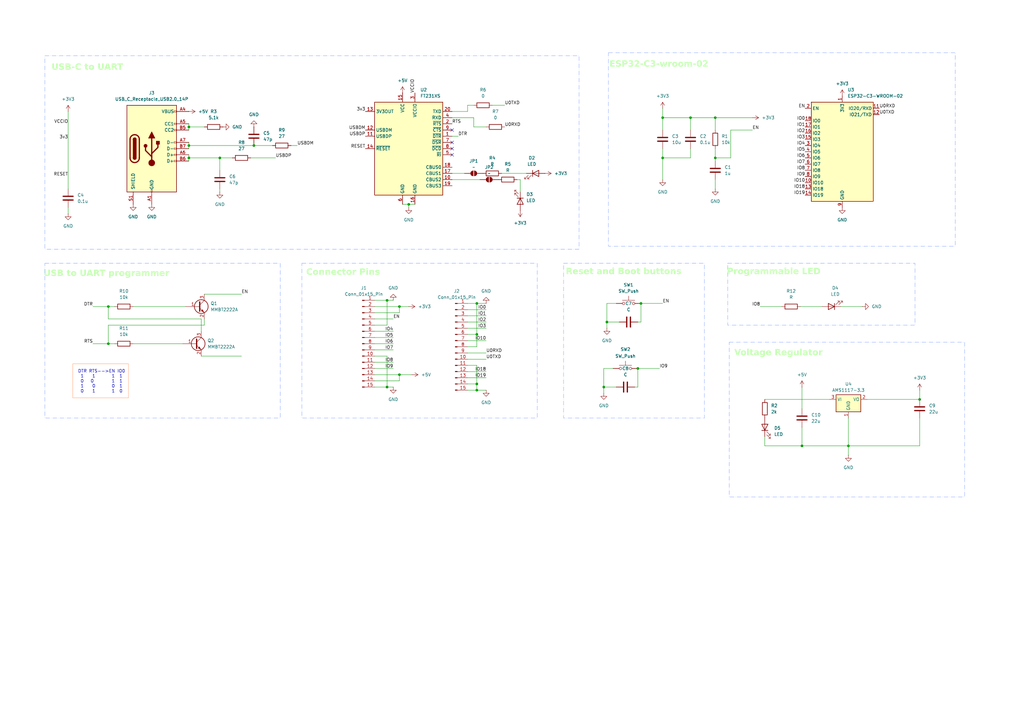
<source format=kicad_sch>
(kicad_sch (version 20231120) (generator "eeschema") (generator_version "8.0")
  (paper "A3")
  (title_block (date "7/01/25") (company "sphuro"))
  (lib_symbols
    (symbol "Connector:Conn_01x15_Pin" (pin_names (offset 1.016) hide)
      (property "Reference" "J" (at 0 20.32 0))
      (property "Value" "Conn_01x15_Pin" (at 0 -20.32 0))
      (symbol "Conn_01x15_Pin_1_1"
        (polyline (pts (xy 1.27 -17.78) (xy 0.8636 -17.78)) (stroke (width 0.1524)))
        (polyline (pts (xy 1.27 -15.24) (xy 0.8636 -15.24)) (stroke (width 0.1524)))
        (polyline (pts (xy 1.27 -12.7) (xy 0.8636 -12.7)) (stroke (width 0.1524)))
        (polyline (pts (xy 1.27 -10.16) (xy 0.8636 -10.16)) (stroke (width 0.1524)))
        (polyline (pts (xy 1.27 -7.62) (xy 0.8636 -7.62)) (stroke (width 0.1524)))
        (polyline (pts (xy 1.27 -5.08) (xy 0.8636 -5.08)) (stroke (width 0.1524)))
        (polyline (pts (xy 1.27 -2.54) (xy 0.8636 -2.54)) (stroke (width 0.1524)))
        (polyline (pts (xy 1.27 0) (xy 0.8636 0)) (stroke (width 0.1524)))
        (polyline (pts (xy 1.27 2.54) (xy 0.8636 2.54)) (stroke (width 0.1524)))
        (polyline (pts (xy 1.27 5.08) (xy 0.8636 5.08)) (stroke (width 0.1524)))
        (polyline (pts (xy 1.27 7.62) (xy 0.8636 7.62)) (stroke (width 0.1524)))
        (polyline (pts (xy 1.27 10.16) (xy 0.8636 10.16)) (stroke (width 0.1524)))
        (polyline (pts (xy 1.27 12.7) (xy 0.8636 12.7)) (stroke (width 0.1524)))
        (polyline (pts (xy 1.27 15.24) (xy 0.8636 15.24)) (stroke (width 0.1524)))
        (polyline (pts (xy 1.27 17.78) (xy 0.8636 17.78)) (stroke (width 0.1524)))
        (rectangle (start 0.8636 -17.653) (end 0 -17.907) (stroke (width 0.1524)) (fill (type outline)))
        (rectangle (start 0.8636 -15.113) (end 0 -15.367) (stroke (width 0.1524)) (fill (type outline)))
        (rectangle (start 0.8636 -12.573) (end 0 -12.827) (stroke (width 0.1524)) (fill (type outline)))
        (rectangle (start 0.8636 -10.033) (end 0 -10.287) (stroke (width 0.1524)) (fill (type outline)))
        (rectangle (start 0.8636 -7.493) (end 0 -7.747) (stroke (width 0.1524)) (fill (type outline)))
        (rectangle (start 0.8636 -4.953) (end 0 -5.207) (stroke (width 0.1524)) (fill (type outline)))
        (rectangle (start 0.8636 -2.413) (end 0 -2.667) (stroke (width 0.1524)) (fill (type outline)))
        (rectangle (start 0.8636 0.127) (end 0 -0.127) (stroke (width 0.1524)) (fill (type outline)))
        (rectangle (start 0.8636 2.667) (end 0 2.413) (stroke (width 0.1524)) (fill (type outline)))
        (rectangle (start 0.8636 5.207) (end 0 4.953) (stroke (width 0.1524)) (fill (type outline)))
        (rectangle (start 0.8636 7.747) (end 0 7.493) (stroke (width 0.1524)) (fill (type outline)))
        (rectangle (start 0.8636 10.287) (end 0 10.033) (stroke (width 0.1524)) (fill (type outline)))
        (rectangle (start 0.8636 12.827) (end 0 12.573) (stroke (width 0.1524)) (fill (type outline)))
        (rectangle (start 0.8636 15.367) (end 0 15.113) (stroke (width 0.1524)) (fill (type outline)))
        (rectangle (start 0.8636 17.907) (end 0 17.653) (stroke (width 0.1524)) (fill (type outline)))
        (pin passive line (at 5.08 17.78 180) (length 3.81) (name "Pin_1") (number "1"))
        (pin passive line (at 5.08 -5.08 180) (length 3.81) (name "Pin_10") (number "10"))
        (pin passive line (at 5.08 -7.62 180) (length 3.81) (name "Pin_11") (number "11"))
        (pin passive line (at 5.08 -10.16 180) (length 3.81) (name "Pin_12") (number "12"))
        (pin passive line (at 5.08 -12.7 180) (length 3.81) (name "Pin_13") (number "13"))
        (pin passive line (at 5.08 -15.24 180) (length 3.81) (name "Pin_14") (number "14"))
        (pin passive line (at 5.08 -17.78 180) (length 3.81) (name "Pin_15") (number "15"))
        (pin passive line (at 5.08 15.24 180) (length 3.81) (name "Pin_2") (number "2"))
        (pin passive line (at 5.08 12.7 180) (length 3.81) (name "Pin_3") (number "3"))
        (pin passive line (at 5.08 10.16 180) (length 3.81) (name "Pin_4") (number "4"))
        (pin passive line (at 5.08 7.62 180) (length 3.81) (name "Pin_5") (number "5"))
        (pin passive line (at 5.08 5.08 180) (length 3.81) (name "Pin_6") (number "6"))
        (pin passive line (at 5.08 2.54 180) (length 3.81) (name "Pin_7") (number "7"))
        (pin passive line (at 5.08 0 180) (length 3.81) (name "Pin_8") (number "8"))
        (pin passive line (at 5.08 -2.54 180) (length 3.81) (name "Pin_9") (number "9"))
      )
    )
    (symbol "Connector:USB_C_Receptacle_USB2.0_14P" (pin_names (offset 1.016))
      (property "Reference" "J" (at 0 22.225 0))
      (property "Value" "USB_C_Receptacle_USB2.0_14P" (at 0 19.685 0))
      (symbol "USB_C_Receptacle_USB2.0_14P_0_0"
        (rectangle (start -0.254 -17.78) (end 0.254 -16.764))
        (rectangle (start 10.16 -4.826) (end 9.144 -5.334))
        (rectangle (start 10.16 -2.286) (end 9.144 -2.794))
        (rectangle (start 10.16 0.254) (end 9.144 -0.254))
        (rectangle (start 10.16 2.794) (end 9.144 2.286))
        (rectangle (start 10.16 7.874) (end 9.144 7.366))
        (rectangle (start 10.16 10.414) (end 9.144 9.906))
        (rectangle (start 10.16 15.494) (end 9.144 14.986))
      )
      (symbol "USB_C_Receptacle_USB2.0_14P_0_1"
        (rectangle (start -10.16 17.78) (end 10.16 -17.78) (stroke (width 0.254)) (fill (type background)))
        (arc (start -8.89 -3.81) (mid -6.985 -5.7067) (end -5.08 -3.81) (stroke (width 0.508)))
        (arc (start -7.62 -3.81) (mid -6.985 -4.4423) (end -6.35 -3.81) (stroke (width 0.254)))
        (arc (start -7.62 -3.81) (mid -6.985 -4.4423) (end -6.35 -3.81) (stroke (width 0.254)) (fill (type outline)))
        (rectangle (start -7.62 -3.81) (end -6.35 3.81) (stroke (width 0.254)) (fill (type outline)))
        (arc (start -6.35 3.81) (mid -6.985 4.4423) (end -7.62 3.81) (stroke (width 0.254)))
        (arc (start -6.35 3.81) (mid -6.985 4.4423) (end -7.62 3.81) (stroke (width 0.254)) (fill (type outline)))
        (arc (start -5.08 3.81) (mid -6.985 5.7067) (end -8.89 3.81) (stroke (width 0.508)))
        (circle (center -2.54 1.143) (radius 0.635) (stroke (width 0.254)) (fill (type outline)))
        (circle (center 0 -5.842) (radius 1.27) (fill (type outline)))
        (polyline (pts (xy -8.89 -3.81) (xy -8.89 3.81)) (stroke (width 0.508)))
        (polyline (pts (xy -5.08 3.81) (xy -5.08 -3.81)) (stroke (width 0.508)))
        (polyline (pts (xy 0 -5.842) (xy 0 4.318)) (stroke (width 0.508)))
        (polyline (pts (xy 0 -3.302) (xy -2.54 -0.762) (xy -2.54 0.508)) (stroke (width 0.508)))
        (polyline (pts (xy 0 -2.032) (xy 2.54 0.508) (xy 2.54 1.778)) (stroke (width 0.508)))
        (polyline (pts (xy -1.27 4.318) (xy 0 6.858) (xy 1.27 4.318) (xy -1.27 4.318)) (stroke (width 0.254)) (fill (type outline)))
        (rectangle (start 1.905 1.778) (end 3.175 3.048) (stroke (width 0.254)) (fill (type outline)))
      )
      (symbol "USB_C_Receptacle_USB2.0_14P_1_1"
        (pin passive line (at 0 -22.86 90) (length 5.08) (name "GND") (number "A1"))
        (pin passive line (at 0 -22.86 90) (length 5.08) hide (name "GND") (number "A12"))
        (pin passive line (at 15.24 15.24 180) (length 5.08) (name "VBUS") (number "A4"))
        (pin bidirectional line (at 15.24 10.16 180) (length 5.08) (name "CC1") (number "A5"))
        (pin bidirectional line (at 15.24 -2.54 180) (length 5.08) (name "D+") (number "A6"))
        (pin bidirectional line (at 15.24 2.54 180) (length 5.08) (name "D-") (number "A7"))
        (pin passive line (at 15.24 15.24 180) (length 5.08) hide (name "VBUS") (number "A9"))
        (pin passive line (at 0 -22.86 90) (length 5.08) hide (name "GND") (number "B1"))
        (pin passive line (at 0 -22.86 90) (length 5.08) hide (name "GND") (number "B12"))
        (pin passive line (at 15.24 15.24 180) (length 5.08) hide (name "VBUS") (number "B4"))
        (pin bidirectional line (at 15.24 7.62 180) (length 5.08) (name "CC2") (number "B5"))
        (pin bidirectional line (at 15.24 -5.08 180) (length 5.08) (name "D+") (number "B6"))
        (pin bidirectional line (at 15.24 0 180) (length 5.08) (name "D-") (number "B7"))
        (pin passive line (at 15.24 15.24 180) (length 5.08) hide (name "VBUS") (number "B9"))
        (pin passive line (at -7.62 -22.86 90) (length 5.08) (name "SHIELD") (number "S1"))
      )
    )
    (symbol "Device:C" (pin_numbers hide) (pin_names (offset 0.254))
      (property "Reference" "C" (at 0.635 2.54 0))
      (property "Value" "C" (at 0.635 -2.54 0))
      (symbol "C_0_1"
        (polyline (pts (xy -2.032 -0.762) (xy 2.032 -0.762)) (stroke (width 0.508)))
        (polyline (pts (xy -2.032 0.762) (xy 2.032 0.762)) (stroke (width 0.508)))
      )
      (symbol "C_1_1"
        (pin passive line (at 0 3.81 270) (length 2.794) (name "~") (number "1"))
        (pin passive line (at 0 -3.81 90) (length 2.794) (name "~") (number "2"))
      )
    )
    (symbol "Device:LED" (pin_numbers hide) (pin_names (offset 1.016) hide)
      (property "Reference" "D" (at 0 2.54 0))
      (property "Value" "LED" (at 0 -2.54 0))
      (symbol "LED_0_1"
        (polyline (pts (xy -1.27 -1.27) (xy -1.27 1.27)) (stroke (width 0.254)))
        (polyline (pts (xy -1.27 0) (xy 1.27 0)))
        (polyline (pts (xy 1.27 -1.27) (xy 1.27 1.27) (xy -1.27 0) (xy 1.27 -1.27)) (stroke (width 0.254)))
        (polyline (pts (xy -3.048 -0.762) (xy -4.572 -2.286) (xy -3.81 -2.286) (xy -4.572 -2.286) (xy -4.572 -1.524)))
        (polyline (pts (xy -1.778 -0.762) (xy -3.302 -2.286) (xy -2.54 -2.286) (xy -3.302 -2.286) (xy -3.302 -1.524)))
      )
      (symbol "LED_1_1"
        (pin passive line (at -3.81 0 0) (length 2.54) (name "K") (number "1"))
        (pin passive line (at 3.81 0 180) (length 2.54) (name "A") (number "2"))
      )
    )
    (symbol "Device:R" (pin_numbers hide) (pin_names (offset 0))
      (property "Reference" "R" (at 2.032 0 90))
      (property "Value" "R" (at 0 0 90))
      (symbol "R_0_1"
        (rectangle (start -1.016 -2.54) (end 1.016 2.54) (stroke (width 0.254)))
      )
      (symbol "R_1_1"
        (pin passive line (at 0 3.81 270) (length 1.27) (name "~") (number "1"))
        (pin passive line (at 0 -3.81 90) (length 1.27) (name "~") (number "2"))
      )
    )
    (symbol "Interface_USB:FT231XS"
      (property "Reference" "U" (at -13.97 20.32 0))
      (property "Value" "FT231XS" (at 7.62 20.32 0))
      (symbol "FT231XS_0_1"
        (rectangle (start -13.97 19.05) (end 13.97 -19.05) (stroke (width 0.254)) (fill (type background)))
      )
      (symbol "FT231XS_1_1"
        (pin output line (at 17.78 5.08 180) (length 3.81) (name "~{DTR}") (number "1"))
        (pin bidirectional line (at 17.78 -12.7 180) (length 3.81) (name "CBUS2") (number "10"))
        (pin bidirectional line (at -17.78 5.08 0) (length 3.81) (name "USBDP") (number "11"))
        (pin bidirectional line (at -17.78 7.62 0) (length 3.81) (name "USBDM") (number "12"))
        (pin power_out line (at -17.78 15.24 0) (length 3.81) (name "3V3OUT") (number "13"))
        (pin input line (at -17.78 0 0) (length 3.81) (name "~{RESET}") (number "14"))
        (pin power_in line (at -2.54 22.86 270) (length 3.81) (name "VCC") (number "15"))
        (pin power_in line (at 2.54 -22.86 90) (length 3.81) (name "GND") (number "16"))
        (pin bidirectional line (at 17.78 -10.16 180) (length 3.81) (name "CBUS1") (number "17"))
        (pin bidirectional line (at 17.78 -7.62 180) (length 3.81) (name "CBUS0") (number "18"))
        (pin bidirectional line (at 17.78 -15.24 180) (length 3.81) (name "CBUS3") (number "19"))
        (pin output line (at 17.78 10.16 180) (length 3.81) (name "~{RTS}") (number "2"))
        (pin output line (at 17.78 15.24 180) (length 3.81) (name "TXD") (number "20"))
        (pin power_in line (at 2.54 22.86 270) (length 3.81) (name "VCCIO") (number "3"))
        (pin input line (at 17.78 12.7 180) (length 3.81) (name "RXD") (number "4"))
        (pin input line (at 17.78 -2.54 180) (length 3.81) (name "~{RI}") (number "5"))
        (pin power_in line (at -2.54 -22.86 90) (length 3.81) (name "GND") (number "6"))
        (pin input line (at 17.78 2.54 180) (length 3.81) (name "~{DSR}") (number "7"))
        (pin input line (at 17.78 0 180) (length 3.81) (name "~{DCD}") (number "8"))
        (pin input line (at 17.78 7.62 180) (length 3.81) (name "~{CTS}") (number "9"))
      )
    )
    (symbol "Jumper:SolderJumper_2_Open" (pin_numbers hide) (pin_names (offset 0) hide) (exclude_from_sim yes) (in_bom no)
      (property "Reference" "JP" (at 0 2.032 0))
      (property "Value" "SolderJumper_2_Open" (at 0 -2.54 0))
      (symbol "SolderJumper_2_Open_0_1"
        (arc (start -0.254 1.016) (mid -1.2656 0) (end -0.254 -1.016))
        (arc (start -0.254 1.016) (mid -1.2656 0) (end -0.254 -1.016) (fill (type outline)))
        (polyline (pts (xy -0.254 1.016) (xy -0.254 -1.016)))
        (polyline (pts (xy 0.254 1.016) (xy 0.254 -1.016)))
        (arc (start 0.254 -1.016) (mid 1.2656 0) (end 0.254 1.016))
        (arc (start 0.254 -1.016) (mid 1.2656 0) (end 0.254 1.016) (fill (type outline)))
      )
      (symbol "SolderJumper_2_Open_1_1"
        (pin passive line (at -3.81 0 0) (length 2.54) (name "A") (number "1"))
        (pin passive line (at 3.81 0 180) (length 2.54) (name "B") (number "2"))
      )
    )
    (symbol "RF_Module:ESP32-C3-WROOM-02"
      (property "Reference" "U" (at -12.192 21.336 0))
      (property "Value" "ESP32-C3-WROOM-02" (at 12.192 21.336 0))
      (symbol "ESP32-C3-WROOM-02_1_1"
        (rectangle (start -12.7 20.32) (end 12.7 -20.32) (stroke (width 0.254)) (fill (type background)))
        (pin power_in line (at 0 22.86 270) (length 2.54) (name "3V3") (number "1"))
        (pin bidirectional line (at -15.24 -12.7 0) (length 2.54) (name "IO10") (number "10"))
        (pin bidirectional line (at 15.24 17.78 180) (length 2.54) (name "IO20/RXD") (number "11"))
        (pin bidirectional line (at 15.24 15.24 180) (length 2.54) (name "IO21/TXD") (number "12"))
        (pin bidirectional line (at -15.24 -15.24 0) (length 2.54) (name "IO18") (number "13"))
        (pin bidirectional line (at -15.24 -17.78 0) (length 2.54) (name "IO19") (number "14"))
        (pin bidirectional line (at -15.24 5.08 0) (length 2.54) (name "IO3") (number "15"))
        (pin bidirectional line (at -15.24 7.62 0) (length 2.54) (name "IO2") (number "16"))
        (pin bidirectional line (at -15.24 10.16 0) (length 2.54) (name "IO1") (number "17"))
        (pin bidirectional line (at -15.24 12.7 0) (length 2.54) (name "IO0") (number "18"))
        (pin passive line (at 0 -22.86 90) (length 2.54) hide (name "GND") (number "19"))
        (pin input line (at -15.24 17.78 0) (length 2.54) (name "EN") (number "2"))
        (pin bidirectional line (at -15.24 2.54 0) (length 2.54) (name "IO4") (number "3"))
        (pin bidirectional line (at -15.24 0 0) (length 2.54) (name "IO5") (number "4"))
        (pin bidirectional line (at -15.24 -2.54 0) (length 2.54) (name "IO6") (number "5"))
        (pin bidirectional line (at -15.24 -5.08 0) (length 2.54) (name "IO7") (number "6"))
        (pin bidirectional line (at -15.24 -7.62 0) (length 2.54) (name "IO8") (number "7"))
        (pin bidirectional line (at -15.24 -10.16 0) (length 2.54) (name "IO9") (number "8"))
        (pin power_in line (at 0 -22.86 90) (length 2.54) (name "GND") (number "9"))
      )
    )
    (symbol "Regulator_Linear:AMS1117-3.3"
      (property "Reference" "U" (at -3.81 3.175 0))
      (property "Value" "AMS1117-3.3" (at 0 3.175 0))
      (symbol "AMS1117-3.3_0_1"
        (rectangle (start -5.08 -5.08) (end 5.08 1.905) (stroke (width 0.254)) (fill (type background)))
      )
      (symbol "AMS1117-3.3_1_1"
        (pin power_in line (at 0 -7.62 90) (length 2.54) (name "GND") (number "1"))
        (pin power_out line (at 7.62 0 180) (length 2.54) (name "VO") (number "2"))
        (pin power_in line (at -7.62 0 0) (length 2.54) (name "VI") (number "3"))
      )
    )
    (symbol "Switch:SW_Push" (pin_numbers hide) (pin_names (offset 1.016) hide)
      (property "Reference" "SW" (at 1.27 2.54 0))
      (property "Value" "SW_Push" (at 0 -1.524 0))
      (symbol "SW_Push_0_1"
        (circle (center -2.032 0) (radius 0.508))
        (polyline (pts (xy 0 1.27) (xy 0 3.048)))
        (polyline (pts (xy 2.54 1.27) (xy -2.54 1.27)))
        (circle (center 2.032 0) (radius 0.508))
        (pin passive line (at -5.08 0 0) (length 2.54) (name "1") (number "1"))
        (pin passive line (at 5.08 0 180) (length 2.54) (name "2") (number "2"))
      )
    )
    (symbol "Transistor_BJT:MMBT2222A" (pin_names (offset 0) hide)
      (property "Reference" "Q" (at 5.08 1.905 0))
      (property "Value" "MMBT2222A" (at 5.08 0 0))
      (symbol "MMBT2222A_0_1"
        (polyline (pts (xy 0.635 0.635) (xy 2.54 2.54)))
        (polyline (pts (xy 0.635 -0.635) (xy 2.54 -2.54) (xy 2.54 -2.54)))
        (polyline (pts (xy 0.635 1.905) (xy 0.635 -1.905) (xy 0.635 -1.905)) (stroke (width 0.508)))
        (polyline (pts (xy 1.27 -1.778) (xy 1.778 -1.27) (xy 2.286 -2.286) (xy 1.27 -1.778) (xy 1.27 -1.778)) (fill (type outline)))
        (circle (center 1.27 0) (radius 2.8194) (stroke (width 0.254)))
      )
      (symbol "MMBT2222A_1_1"
        (pin input line (at -5.08 0 0) (length 5.715) (name "B") (number "1"))
        (pin passive line (at 2.54 -5.08 90) (length 2.54) (name "E") (number "2"))
        (pin passive line (at 2.54 5.08 270) (length 2.54) (name "C") (number "3"))
      )
    )
    (symbol "power:+3V3" (power) (pin_numbers hide) (pin_names (offset 0) hide)
      (property "Value" "+3V3" (at 0 3.556 0))
      (symbol "+3V3_0_1"
        (polyline (pts (xy -0.762 1.27) (xy 0 2.54)))
        (polyline (pts (xy 0 0) (xy 0 2.54)))
        (polyline (pts (xy 0 2.54) (xy 0.762 1.27)))
      )
      (symbol "+3V3_1_1"
        (pin power_in line (at 0 0 90) (length 0) (name "~") (number "1"))
      )
    )
    (symbol "power:+5V" (power) (pin_numbers hide) (pin_names (offset 0) hide)
      (property "Value" "+5V" (at 0 3.556 0))
      (symbol "+5V_0_1"
        (polyline (pts (xy -0.762 1.27) (xy 0 2.54)))
        (polyline (pts (xy 0 0) (xy 0 2.54)))
        (polyline (pts (xy 0 2.54) (xy 0.762 1.27)))
      )
      (symbol "+5V_1_1"
        (pin power_in line (at 0 0 90) (length 0) (name "~") (number "1"))
      )
    )
    (symbol "power:GND" (power) (pin_numbers hide) (pin_names (offset 0) hide)
      (property "Value" "GND" (at 0 -3.81 0))
      (symbol "GND_0_1"
        (polyline (pts (xy 0 0) (xy 0 -1.27) (xy 1.27 -1.27) (xy 0 -2.54) (xy -1.27 -1.27) (xy 0 -1.27)))
      )
      (symbol "GND_1_1"
        (pin power_in line (at 0 0 270) (length 0) (name "~") (number "1"))
      )
    )
  )
  (junction (at 77.47 52.07))
  (junction (at 163.83 125.73))
  (junction (at 195.58 157.48))
  (junction (at 347.98 182.88))
  (junction (at 293.37 48.26))
  (junction (at 271.78 48.26))
  (junction (at 328.93 182.88))
  (junction (at 262.89 124.46))
  (junction (at 104.14 59.69))
  (junction (at 261.62 151.13))
  (junction (at 293.37 64.77))
  (junction (at 248.92 132.08))
  (junction (at 158.75 123.19))
  (junction (at 247.65 158.75))
  (junction (at 195.58 137.16))
  (junction (at 77.47 59.69))
  (junction (at 195.58 160.02))
  (junction (at 167.64 83.82))
  (junction (at 377.19 163.83))
  (junction (at 77.47 64.77))
  (junction (at 271.78 64.77))
  (junction (at 90.17 64.77))
  (junction (at 195.58 124.46))
  (junction (at 44.45 125.73))
  (junction (at 158.75 158.75))
  (junction (at 44.45 140.97))
  (junction (at 283.21 48.26))
  (junction (at 163.83 153.67))
  (no_connect (at 185.42 58.42))
  (no_connect (at 185.42 60.96))
  (no_connect (at 185.42 53.34))
  (no_connect (at 185.42 63.5))
  (wire (pts (xy 191.77 139.7) (xy 199.39 139.7)))
  (wire (pts (xy 153.67 130.81) (xy 161.29 130.81)))
  (wire (pts (xy 153.67 148.59) (xy 161.29 148.59)))
  (wire (pts (xy 195.58 157.48) (xy 195.58 160.02)))
  (wire (pts (xy 153.67 128.27) (xy 163.83 128.27)))
  (wire (pts (xy 347.98 182.88) (xy 347.98 186.69)))
  (wire (pts (xy 260.35 158.75) (xy 261.62 158.75)))
  (wire (pts (xy 195.58 160.02) (xy 199.39 160.02)))
  (wire (pts (xy 261.62 132.08) (xy 262.89 132.08)))
  (wire (pts (xy 248.92 124.46) (xy 248.92 132.08)))
  (wire (pts (xy 293.37 60.96) (xy 293.37 64.77)))
  (wire (pts (xy 44.45 130.81) (xy 82.55 130.81)))
  (wire (pts (xy 44.45 140.97) (xy 46.99 140.97)))
  (wire (pts (xy 77.47 59.69) (xy 104.14 59.69)))
  (wire (pts (xy 77.47 64.77) (xy 90.17 64.77)))
  (wire (pts (xy 77.47 50.8) (xy 77.47 52.07)))
  (wire (pts (xy 191.77 45.72) (xy 191.77 43.18)))
  (wire (pts (xy 313.69 163.83) (xy 340.36 163.83)))
  (wire (pts (xy 38.1 125.73) (xy 44.45 125.73)))
  (wire (pts (xy 247.65 158.75) (xy 252.73 158.75)))
  (wire (pts (xy 262.89 124.46) (xy 271.78 124.46)))
  (wire (pts (xy 248.92 132.08) (xy 254 132.08)))
  (wire (pts (xy 251.46 151.13) (xy 247.65 151.13)))
  (wire (pts (xy 328.93 182.88) (xy 347.98 182.88)))
  (wire (pts (xy 195.58 149.86) (xy 195.58 157.48)))
  (wire (pts (xy 27.94 85.09) (xy 27.94 87.63)))
  (wire (pts (xy 153.67 153.67) (xy 163.83 153.67)))
  (wire (pts (xy 191.77 134.62) (xy 199.39 134.62)))
  (wire (pts (xy 158.75 123.19) (xy 158.75 133.35)))
  (wire (pts (xy 191.77 157.48) (xy 195.58 157.48)))
  (wire (pts (xy 191.77 160.02) (xy 195.58 160.02)))
  (wire (pts (xy 27.94 45.72) (xy 27.94 77.47)))
  (wire (pts (xy 191.77 124.46) (xy 195.58 124.46)))
  (wire (pts (xy 191.77 152.4) (xy 199.39 152.4)))
  (wire (pts (xy 293.37 64.77) (xy 293.37 66.04)))
  (wire (pts (xy 163.83 153.67) (xy 168.91 153.67)))
  (wire (pts (xy 82.55 130.81) (xy 82.55 135.89)))
  (wire (pts (xy 119.38 59.69) (xy 121.92 59.69)))
  (wire (pts (xy 191.77 43.18) (xy 194.31 43.18)))
  (wire (pts (xy 194.31 52.07) (xy 199.39 52.07)))
  (wire (pts (xy 271.78 64.77) (xy 271.78 73.66)))
  (wire (pts (xy 104.14 59.69) (xy 111.76 59.69)))
  (wire (pts (xy 77.47 64.77) (xy 77.47 66.04)))
  (wire (pts (xy 283.21 60.96) (xy 283.21 64.77)))
  (wire (pts (xy 248.92 132.08) (xy 248.92 134.62)))
  (wire (pts (xy 167.64 83.82) (xy 167.64 85.09)))
  (wire (pts (xy 212.09 73.66) (xy 213.36 73.66)))
  (wire (pts (xy 191.77 129.54) (xy 199.39 129.54)))
  (wire (pts (xy 377.19 160.02) (xy 377.19 163.83)))
  (wire (pts (xy 77.47 52.07) (xy 83.82 52.07)))
  (wire (pts (xy 90.17 64.77) (xy 95.25 64.77)))
  (wire (pts (xy 153.67 135.89) (xy 161.29 135.89)))
  (wire (pts (xy 153.67 133.35) (xy 158.75 133.35)))
  (wire (pts (xy 328.295 125.73) (xy 337.185 125.73)))
  (wire (pts (xy 344.805 125.73) (xy 353.695 125.73)))
  (wire (pts (xy 158.75 146.05) (xy 158.75 158.75)))
  (wire (pts (xy 347.98 171.45) (xy 347.98 182.88)))
  (wire (pts (xy 185.42 48.26) (xy 194.31 48.26)))
  (wire (pts (xy 311.785 125.73) (xy 320.675 125.73)))
  (wire (pts (xy 153.67 125.73) (xy 163.83 125.73)))
  (wire (pts (xy 191.77 127) (xy 199.39 127)))
  (wire (pts (xy 252.73 124.46) (xy 248.92 124.46)))
  (wire (pts (xy 163.83 128.27) (xy 163.83 125.73)))
  (wire (pts (xy 191.77 154.94) (xy 199.39 154.94)))
  (wire (pts (xy 271.78 64.77) (xy 283.21 64.77)))
  (wire (pts (xy 165.1 83.82) (xy 167.64 83.82)))
  (wire (pts (xy 190.5 71.12) (xy 185.42 71.12)))
  (wire (pts (xy 191.77 142.24) (xy 195.58 142.24)))
  (wire (pts (xy 185.42 45.72) (xy 191.77 45.72)))
  (wire (pts (xy 54.61 125.73) (xy 76.2 125.73)))
  (wire (pts (xy 191.77 144.78) (xy 199.39 144.78)))
  (wire (pts (xy 293.37 48.26) (xy 293.37 53.34)))
  (wire (pts (xy 153.67 138.43) (xy 161.29 138.43)))
  (wire (pts (xy 153.67 140.97) (xy 161.29 140.97)))
  (wire (pts (xy 158.75 123.19) (xy 161.29 123.19)))
  (wire (pts (xy 77.47 58.42) (xy 77.47 59.69)))
  (wire (pts (xy 167.64 83.82) (xy 170.18 83.82)))
  (wire (pts (xy 195.58 124.46) (xy 199.39 124.46)))
  (wire (pts (xy 82.55 146.05) (xy 99.06 146.05)))
  (wire (pts (xy 283.21 48.26) (xy 293.37 48.26)))
  (wire (pts (xy 293.37 73.66) (xy 293.37 77.47)))
  (wire (pts (xy 195.58 124.46) (xy 195.58 137.16)))
  (wire (pts (xy 271.78 53.34) (xy 271.78 48.26)))
  (wire (pts (xy 271.78 48.26) (xy 283.21 48.26)))
  (wire (pts (xy 77.47 63.5) (xy 77.47 64.77)))
  (wire (pts (xy 83.82 120.65) (xy 99.06 120.65)))
  (wire (pts (xy 261.62 151.13) (xy 261.62 158.75)))
  (wire (pts (xy 191.77 149.86) (xy 195.58 149.86)))
  (wire (pts (xy 158.75 158.75) (xy 161.29 158.75)))
  (wire (pts (xy 163.83 153.67) (xy 163.83 156.21)))
  (wire (pts (xy 293.37 48.26) (xy 308.61 48.26)))
  (wire (pts (xy 153.67 158.75) (xy 158.75 158.75)))
  (wire (pts (xy 44.45 125.73) (xy 46.99 125.73)))
  (wire (pts (xy 44.45 140.97) (xy 44.45 133.35)))
  (wire (pts (xy 90.17 77.47) (xy 90.17 78.74)))
  (wire (pts (xy 313.69 182.88) (xy 328.93 182.88)))
  (wire (pts (xy 201.93 43.18) (xy 207.01 43.18)))
  (wire (pts (xy 44.45 133.35) (xy 83.82 133.35)))
  (wire (pts (xy 153.67 123.19) (xy 158.75 123.19)))
  (wire (pts (xy 90.17 64.77) (xy 90.17 69.85)))
  (wire (pts (xy 205.74 71.12) (xy 215.9 71.12)))
  (wire (pts (xy 185.42 73.66) (xy 196.85 73.66)))
  (wire (pts (xy 271.78 60.96) (xy 271.78 64.77)))
  (wire (pts (xy 153.67 146.05) (xy 158.75 146.05)))
  (wire (pts (xy 163.83 125.73) (xy 167.64 125.73)))
  (wire (pts (xy 347.98 182.88) (xy 377.19 182.88)))
  (wire (pts (xy 194.31 48.26) (xy 194.31 52.07)))
  (wire (pts (xy 299.72 53.34) (xy 299.72 64.77)))
  (wire (pts (xy 262.89 124.46) (xy 262.89 132.08)))
  (wire (pts (xy 83.82 130.81) (xy 83.82 133.35)))
  (wire (pts (xy 191.77 147.32) (xy 199.39 147.32)))
  (wire (pts (xy 328.93 175.26) (xy 328.93 182.88)))
  (wire (pts (xy 313.69 179.07) (xy 313.69 182.88)))
  (wire (pts (xy 271.78 44.45) (xy 271.78 48.26)))
  (wire (pts (xy 102.87 64.77) (xy 113.03 64.77)))
  (wire (pts (xy 153.67 143.51) (xy 161.29 143.51)))
  (wire (pts (xy 44.45 125.73) (xy 44.45 130.81)))
  (wire (pts (xy 377.19 171.45) (xy 377.19 182.88)))
  (wire (pts (xy 328.93 158.75) (xy 328.93 167.64)))
  (wire (pts (xy 261.62 151.13) (xy 270.51 151.13)))
  (wire (pts (xy 38.1 140.97) (xy 44.45 140.97)))
  (wire (pts (xy 195.58 137.16) (xy 195.58 142.24)))
  (wire (pts (xy 308.61 53.34) (xy 299.72 53.34)))
  (wire (pts (xy 247.65 151.13) (xy 247.65 158.75)))
  (wire (pts (xy 191.77 132.08) (xy 199.39 132.08)))
  (wire (pts (xy 185.42 55.88) (xy 187.96 55.88)))
  (wire (pts (xy 191.77 137.16) (xy 195.58 137.16)))
  (wire (pts (xy 153.67 151.13) (xy 161.29 151.13)))
  (wire (pts (xy 213.36 73.66) (xy 213.36 78.74)))
  (wire (pts (xy 247.65 158.75) (xy 247.65 161.29)))
  (wire (pts (xy 283.21 48.26) (xy 283.21 53.34)))
  (wire (pts (xy 293.37 64.77) (xy 299.72 64.77)))
  (wire (pts (xy 355.6 163.83) (xy 377.19 163.83)))
  (wire (pts (xy 77.47 52.07) (xy 77.47 53.34)))
  (wire (pts (xy 77.47 59.69) (xy 77.47 60.96)))
  (wire (pts (xy 153.67 156.21) (xy 163.83 156.21)))
  (wire (pts (xy 54.61 140.97) (xy 74.93 140.97)))
  (rectangle (start 29.845 149.225) (end 52.705 163.195) (stroke (width 0) (color 255 160 107 1)))
  (rectangle (start 249.555 21.59) (end 391.795 100.965) (stroke (width 0) (type dash_dot) (color 130 161 255 1)))
  (rectangle (start 18.415 107.95) (end 114.935 171.45) (stroke (width 0) (type dash_dot) (color 130 161 255 1)))
  (rectangle (start 299.085 140.335) (end 395.605 203.835) (stroke (width 0) (type dash_dot) (color 130 161 255 1)))
  (rectangle (start 18.415 22.86) (end 237.49 102.235) (stroke (width 0) (type dash_dot) (color 130 161 255 1)))
  (rectangle (start 298.45 107.95) (end 375.285 133.35) (stroke (width 0) (type dash_dot) (color 130 161 255 1)))
  (rectangle (start 123.825 107.95) (end 220.345 171.45) (stroke (width 0) (type dash_dot) (color 130 161 255 1)))
  (rectangle (start 231.14 107.95) (end 288.925 171.45) (stroke (width 0) (type dash_dot) (color 130 161 255 1)))
  (text "USB-C to UART" (at 35.814 28.448 0) (effects (font (size 2.54 2.54))))
  (text "DTR RTS-->EN IO0\n1 	1 	   1  1\n0   0 	   1  1\n1 	0	   0  1\n0 	1 	   1  0" (at 41.656 156.464 0) (effects (font (size 1.27 1.27))))
  (text "Voltage Regulator" (at 319.278 145.542 0) (effects (font (size 2.54 2.54))))
  (text "Reset and Boot buttons" (at 255.778 112.268 0) (effects (font (size 2.54 2.54))))
  (text "Connector Pins" (at 140.716 112.522 0) (effects (font (size 2.54 2.54))))
  (text "ESP32-C3-wroom-02" (at 270.256 27.178 0) (effects (font (size 2.54 2.54))))
  (text "Programmable LED" (at 317.373 112.268 0) (effects (font (size 2.54 2.54))))
  (text "USB to UART programmer" (at 43.688 113.03 0) (effects (font (size 2.54 2.54))))
  (label "IO6" (at 330.2 64.77 180))
  (label "IO18" (at 199.39 152.4 180))
  (label "EN" (at 161.29 130.81 0))
  (label "IO8" (at 311.785 125.73 180))
  (label "VCCIO" (at 27.94 50.8 180))
  (label "IO9" (at 161.29 151.13 180))
  (label "U0TXD" (at 360.68 46.99 0))
  (label "EN" (at 330.2 44.45 180))
  (label "DTR" (at 38.1 125.73 180))
  (label "IO8" (at 330.2 69.85 180))
  (label "USBDM" (at 149.86 53.34 180))
  (label "IO18" (at 330.2 77.47 180))
  (label "EN" (at 308.61 53.34 0))
  (label "EN" (at 271.78 124.46 0))
  (label "IO7" (at 161.29 143.51 180))
  (label "IO10" (at 199.39 139.7 180))
  (label "IO3" (at 330.2 57.15 180))
  (label "3v3" (at 149.86 45.72 180))
  (label "IO6" (at 161.29 140.97 180))
  (label "IO9" (at 270.51 151.13 0))
  (label "USBDM" (at 121.92 59.69 0))
  (label "U0RXD" (at 207.01 52.07 0))
  (label "U0TXD" (at 207.01 43.18 0))
  (label "IO19" (at 330.2 80.01 180))
  (label "IO0" (at 330.2 49.53 180))
  (label "IO10" (at 330.2 74.93 180))
  (label "IO1" (at 330.2 52.07 180))
  (label "U0RXD" (at 199.39 144.78 0))
  (label "RESET" (at 27.94 72.39 180))
  (label "VCCIO" (at 170.18 38.1 90))
  (label "IO2" (at 330.2 54.61 180))
  (label "IO4" (at 330.2 59.69 180))
  (label "IO19" (at 199.39 154.94 180))
  (label "RTS" (at 185.42 50.8 0))
  (label "IO2" (at 199.39 132.08 180))
  (label "IO7" (at 330.2 67.31 180))
  (label "IO8" (at 161.29 148.59 180))
  (label "IO1" (at 199.39 129.54 180))
  (label "IO5" (at 330.2 62.23 180))
  (label "DTR" (at 187.96 55.88 0))
  (label "USBDP" (at 113.03 64.77 0))
  (label "3v3" (at 27.94 57.15 180))
  (label "U0TXD" (at 199.39 147.32 0))
  (label "EN" (at 99.06 120.65 0))
  (label "IO0" (at 199.39 127 180))
  (label "IO4" (at 161.29 135.89 180))
  (label "USBDP" (at 149.86 55.88 180))
  (label "U0RXD" (at 360.68 44.45 0))
  (label "RESET" (at 149.86 60.96 180))
  (label "RTS" (at 38.1 140.97 180))
  (label "IO5" (at 161.29 138.43 180))
  (label "IO3" (at 199.39 134.62 180))
  (label "IO9" (at 330.2 72.39 180))
  (symbol (lib_id "Interface_USB:FT231XS") (at 167.64 60.96 0) (unit 1)
    (property "Reference" "U2" (at 172.3741 36.83 0) (effects (justify left)))
    (property "Value" "FT231XS" (at 172.3741 39.37 0) (effects (justify left)))
    (property "Footprint" "Package_SO:SSOP-20_3.9x8.7mm_P0.635mm" (effects (hide yes)))
    (property "Datasheet" "https://www.ftdichip.com/Support/Documents/DataSheets/ICs/DS_FT231X.pdf" (effects (hide yes)))
    (property "Description" "Full Speed USB to Full Handshake UART, SSOP-20" (effects (hide yes)))
  )
  (symbol (lib_id "power:GND") (at 161.29 123.19 180) (unit 1)
    (property "Reference" "#PWR025" (effects (hide yes)))
    (property "Value" "GND" (at 161.29 118.11 0))
    (property "Description" "Power symbol creates a global label with name \"GND\" , ground" (effects (hide yes)))
  )
  (symbol (lib_id "Device:R") (at 115.57 59.69 90) (unit 1)
    (property "Reference" "R9" (at 115.57 53.34 90))
    (property "Value" "27" (at 115.57 55.88 90))
    (property "Description" "Resistor" (effects (hide yes)))
  )
  (symbol (lib_id "Device:C") (at 104.14 55.88 0) (unit 1)
    (property "Reference" "C5" (at 107.95 54.6099 0) (effects (justify left)))
    (property "Value" "47p" (at 107.95 57.1499 0) (effects (justify left)))
    (property "Description" "Unpolarized capacitor" (effects (hide yes)))
  )
  (symbol (lib_id "power:GND") (at 199.39 124.46 180) (unit 1)
    (property "Reference" "#PWR026" (effects (hide yes)))
    (property "Value" "GND" (at 199.39 119.38 0))
    (property "Description" "Power symbol creates a global label with name \"GND\" , ground" (effects (hide yes)))
  )
  (symbol (lib_id "Device:LED") (at 213.36 82.55 270) (unit 1)
    (property "Reference" "D3" (at 215.9 79.6924 90) (effects (justify left)))
    (property "Value" "LED" (at 215.9 82.2324 90) (effects (justify left)))
    (property "Description" "Light emitting diode" (effects (hide yes)))
  )
  (symbol (lib_id "Jumper:SolderJumper_2_Open") (at 200.66 73.66 180) (unit 1) (exclude_from_sim yes) (in_bom no)
    (property "Reference" "JP2" (at 200.66 68.58 0))
    (property "Value" "~" (at 200.66 71.12 0))
    (property "Footprint" "Jumper:SolderJumper-2_P1.3mm_Open_RoundedPad1.0x1.5mm" (effects (hide yes)))
    (property "Description" "Solder Jumper, 2-pole, open" (effects (hide yes)))
  )
  (symbol (lib_id "Device:C") (at 293.37 69.85 0) (unit 1)
    (property "Reference" "C1" (at 297.18 68.5799 0) (effects (justify left)))
    (property "Value" "1u" (at 297.18 71.1199 0) (effects (justify left)))
    (property "Footprint" "Capacitor_SMD:C_0805_2012Metric" (effects (hide yes)))
    (property "Description" "Unpolarized capacitor" (effects (hide yes)))
  )
  (symbol (lib_id "Device:R") (at 99.06 64.77 90) (unit 1)
    (property "Reference" "R8" (at 99.06 58.42 90))
    (property "Value" "27" (at 99.06 60.96 90))
    (property "Description" "Resistor" (effects (hide yes)))
  )
  (symbol (lib_id "RF_Module:ESP32-C3-WROOM-02") (at 345.44 62.23 0) (unit 1)
    (property "Reference" "U3" (at 347.6341 36.83 0) (effects (justify left)))
    (property "Value" "ESP32-C3-WROOM-02" (at 347.6341 39.37 0) (effects (justify left)))
    (property "Footprint" "RF_Module:ESP32-C3-WROOM-02" (effects (hide yes)))
    (property "Datasheet" "https://www.espressif.com/sites/default/files/documentation/esp32-c3-wroom-02_datasheet_en.pdf" (effects (hide yes)))
    (property "Description" "802.11 b/g/n Wi­Fi and Bluetooth 5 module, ESP32­C3 SoC, RISC­V microprocessor, On-board antenna" (effects (hide yes)))
  )
  (symbol (lib_id "power:+3V3") (at 213.36 86.36 180) (unit 1)
    (property "Reference" "#PWR016" (effects (hide yes)))
    (property "Value" "+3V3" (at 213.36 91.44 0))
    (property "Description" "Power symbol creates a global label with name \"+3V3\"" (effects (hide yes)))
  )
  (symbol (lib_id "Device:LED") (at 219.71 71.12 0) (unit 1)
    (property "Reference" "D2" (at 218.1225 64.77 0))
    (property "Value" "LED" (at 218.1225 67.31 0))
    (property "Description" "Light emitting diode" (effects (hide yes)))
  )
  (symbol (lib_id "power:+3V3") (at 377.19 160.02 0) (unit 1)
    (property "Reference" "#PWR022" (effects (hide yes)))
    (property "Value" "+3V3" (at 377.19 154.94 0))
    (property "Description" "Power symbol creates a global label with name \"+3V3\"" (effects (hide yes)))
  )
  (symbol (lib_id "power:+3V3") (at 27.94 45.72 0) (unit 1)
    (property "Reference" "#PWR017" (effects (hide yes)))
    (property "Value" "+3V3" (at 27.94 40.64 0))
    (property "Description" "Power symbol creates a global label with name \"+3V3\"" (effects (hide yes)))
  )
  (symbol (lib_id "Device:R") (at 198.12 43.18 90) (unit 1)
    (property "Reference" "R6" (at 198.12 36.83 90))
    (property "Value" "0" (at 198.12 39.37 90))
    (property "Description" "Resistor" (effects (hide yes)))
  )
  (symbol (lib_id "Jumper:SolderJumper_2_Open") (at 194.31 71.12 0) (unit 1) (exclude_from_sim yes) (in_bom no)
    (property "Reference" "JP1" (at 194.31 66.04 0))
    (property "Value" "~" (at 194.31 68.58 0))
    (property "Footprint" "Jumper:SolderJumper-2_P1.3mm_Open_RoundedPad1.0x1.5mm" (effects (hide yes)))
    (property "Description" "Solder Jumper, 2-pole, open" (effects (hide yes)))
  )
  (symbol (lib_id "Transistor_BJT:MMBT2222A") (at 81.28 125.73 0) (unit 1)
    (property "Reference" "Q1" (at 86.36 124.4599 0) (effects (justify left)))
    (property "Value" "MMBT2222A" (at 86.36 126.9999 0) (effects (justify left)))
    (property "Footprint" "Package_TO_SOT_SMD:SOT-23" (effects (hide yes)))
    (property "Datasheet" "https://assets.nexperia.com/documents/data-sheet/MMBT2222A.pdf" (effects (hide yes)))
    (property "Description" "600mA Ic, 40V Vce, NPN Transistor, SOT-23" (effects (hide yes)))
  )
  (symbol (lib_id "Switch:SW_Push") (at 257.81 124.46 0) (unit 1)
    (property "Reference" "SW1" (at 257.81 116.84 0))
    (property "Value" "SW_Push" (at 257.81 119.38 0))
    (property "Description" "Push button switch, generic, two pins" (effects (hide yes)))
  )
  (symbol (lib_id "power:GND") (at 54.61 83.82 0) (unit 1)
    (property "Reference" "#PWR09" (effects (hide yes)))
    (property "Value" "GND" (at 54.61 88.9 0))
    (property "Description" "Power symbol creates a global label with name \"GND\" , ground" (effects (hide yes)))
  )
  (symbol (lib_id "Connector:USB_C_Receptacle_USB2.0_14P") (at 62.23 60.96 0) (unit 1)
    (property "Reference" "J3" (at 62.23 38.1 0))
    (property "Value" "USB_C_Receptacle_USB2.0_14P" (at 62.23 40.64 0))
    (property "Footprint" "Connector_USB:USB_C_Receptacle_GCT_USB4105-xx-A_16P_TopMnt_Horizontal" (effects (hide yes)))
    (property "Datasheet" "https://www.usb.org/sites/default/files/documents/usb_type-c.zip" (effects (hide yes)))
    (property "Description" "USB 2.0-only 14P Type-C Receptacle connector" (effects (hide yes)))
  )
  (symbol (lib_id "power:+5V") (at 328.93 158.75 0) (unit 1)
    (property "Reference" "#PWR023" (effects (hide yes)))
    (property "Value" "+5V" (at 328.93 153.67 0))
    (property "Description" "Power symbol creates a global label with name \"+5V\"" (effects (hide yes)))
  )
  (symbol (lib_id "Transistor_BJT:MMBT2222A") (at 80.01 140.97 0) (unit 1)
    (property "Reference" "Q2" (at 85.09 139.6999 0) (effects (justify left)))
    (property "Value" "MMBT2222A" (at 85.09 142.2399 0) (effects (justify left)))
    (property "Footprint" "Package_TO_SOT_SMD:SOT-23" (effects (hide yes)))
    (property "Datasheet" "https://assets.nexperia.com/documents/data-sheet/MMBT2222A.pdf" (effects (hide yes)))
    (property "Description" "600mA Ic, 40V Vce, NPN Transistor, SOT-23" (effects (hide yes)))
  )
  (symbol (lib_id "power:GND") (at 199.39 160.02 0) (unit 1)
    (property "Reference" "#PWR030" (effects (hide yes)))
    (property "Value" "GND" (at 199.39 165.1 0))
    (property "Description" "Power symbol creates a global label with name \"GND\" , ground" (effects (hide yes)))
  )
  (symbol (lib_id "Device:C") (at 328.93 171.45 0) (unit 1)
    (property "Reference" "C10" (at 332.74 170.1799 0) (effects (justify left)))
    (property "Value" "22u" (at 332.74 172.7199 0) (effects (justify left)))
    (property "Description" "Unpolarized capacitor" (effects (hide yes)))
  )
  (symbol (lib_id "power:GND") (at 104.14 52.07 180) (unit 1)
    (property "Reference" "#PWR019" (effects (hide yes)))
    (property "Value" "GND" (at 104.14 46.99 0))
    (property "Description" "Power symbol creates a global label with name \"GND\" , ground" (effects (hide yes)))
  )
  (symbol (lib_id "power:+5V") (at 168.91 153.67 270) (unit 1)
    (property "Reference" "#PWR029" (effects (hide yes)))
    (property "Value" "+5V" (at 172.72 153.6699 90) (effects (justify left)))
    (property "Description" "Power symbol creates a global label with name \"+5V\"" (effects (hide yes)))
  )
  (symbol (lib_id "Device:C") (at 377.19 167.64 0) (unit 1)
    (property "Reference" "C9" (at 381 166.3699 0) (effects (justify left)))
    (property "Value" "22u" (at 381 168.9099 0) (effects (justify left)))
    (property "Description" "Unpolarized capacitor" (effects (hide yes)))
  )
  (symbol (lib_id "power:+5V") (at 165.1 38.1 0) (unit 1)
    (property "Reference" "#PWR04" (effects (hide yes)))
    (property "Value" "+5V" (at 165.1 33.02 0))
    (property "Description" "Power symbol creates a global label with name \"+5V\"" (effects (hide yes)))
  )
  (symbol (lib_id "power:GND") (at 345.44 85.09 0) (unit 1)
    (property "Reference" "#PWR01" (effects (hide yes)))
    (property "Value" "GND" (at 345.44 90.17 0))
    (property "Description" "Power symbol creates a global label with name \"GND\" , ground" (effects (hide yes)))
  )
  (symbol (lib_id "power:+5V") (at 77.47 45.72 270) (unit 1)
    (property "Reference" "#PWR07" (effects (hide yes)))
    (property "Value" "+5V" (at 81.28 45.7199 90) (effects (justify left)))
    (property "Description" "Power symbol creates a global label with name \"+5V\"" (effects (hide yes)))
  )
  (symbol (lib_id "power:GND") (at 271.78 73.66 0) (unit 1)
    (property "Reference" "#PWR03" (effects (hide yes)))
    (property "Value" "GND" (at 271.78 78.74 0))
    (property "Description" "Power symbol creates a global label with name \"GND\" , ground" (effects (hide yes)))
  )
  (symbol (lib_id "Connector:Conn_01x15_Pin") (at 186.69 142.24 0) (unit 1)
    (property "Reference" "J2" (at 187.325 119.38 0))
    (property "Value" "Conn_01x15_Pin" (at 187.325 121.92 0))
    (property "Footprint" "Connector_PinHeader_2.54mm:PinHeader_1x15_P2.54mm_Vertical" (effects (hide yes)))
    (property "Description" "Generic connector, single row, 01x15, script generated" (effects (hide yes)))
  )
  (symbol (lib_id "power:GND") (at 90.17 78.74 0) (unit 1)
    (property "Reference" "#PWR020" (effects (hide yes)))
    (property "Value" "GND" (at 90.17 83.82 0))
    (property "Description" "Power symbol creates a global label with name \"GND\" , ground" (effects (hide yes)))
  )
  (symbol (lib_id "power:+3V3") (at 271.78 44.45 0) (unit 1)
    (property "Reference" "#PWR012" (effects (hide yes)))
    (property "Value" "+3V3" (at 271.78 39.37 0))
    (property "Description" "Power symbol creates a global label with name \"+3V3\"" (effects (hide yes)))
  )
  (symbol (lib_id "power:GND") (at 62.23 83.82 0) (unit 1)
    (property "Reference" "#PWR08" (effects (hide yes)))
    (property "Value" "GND" (at 62.23 88.9 0))
    (property "Description" "Power symbol creates a global label with name \"GND\" , ground" (effects (hide yes)))
  )
  (symbol (lib_id "power:+3V3") (at 167.64 125.73 270) (unit 1)
    (property "Reference" "#PWR028" (effects (hide yes)))
    (property "Value" "+3V3" (at 171.45 125.7299 90) (effects (justify left)))
    (property "Description" "Power symbol creates a global label with name \"+3V3\"" (effects (hide yes)))
  )
  (symbol (lib_id "power:GND") (at 167.64 85.09 0) (unit 1)
    (property "Reference" "#PWR010" (effects (hide yes)))
    (property "Value" "GND" (at 167.64 90.17 0))
    (property "Description" "Power symbol creates a global label with name \"GND\" , ground" (effects (hide yes)))
  )
  (symbol (lib_id "Device:LED") (at 313.69 175.26 90) (unit 1)
    (property "Reference" "D5" (at 317.5 175.5774 90) (effects (justify right)))
    (property "Value" "LED" (at 317.5 178.1174 90) (effects (justify right)))
    (property "Description" "Light emitting diode" (effects (hide yes)))
  )
  (symbol (lib_id "power:GND") (at 248.92 134.62 0) (unit 1)
    (property "Reference" "#PWR014" (effects (hide yes)))
    (property "Value" "GND" (at 248.92 139.7 0))
    (property "Description" "Power symbol creates a global label with name \"GND\" , ground" (effects (hide yes)))
  )
  (symbol (lib_id "Device:C") (at 256.54 158.75 90) (unit 1)
    (property "Reference" "C8" (at 256.54 151.13 90))
    (property "Value" "C" (at 256.54 153.67 90))
    (property "Description" "Unpolarized capacitor" (effects (hide yes)))
  )
  (symbol (lib_id "Switch:SW_Push") (at 256.54 151.13 0) (unit 1)
    (property "Reference" "SW2" (at 256.54 143.256 0))
    (property "Value" "SW_Push" (at 256.54 146.05 0))
    (property "Description" "Push button switch, generic, two pins" (effects (hide yes)))
  )
  (symbol (lib_id "Device:R") (at 50.8 140.97 90) (unit 1)
    (property "Reference" "R11" (at 50.8 134.62 90))
    (property "Value" "10k" (at 50.8 137.16 90))
    (property "Description" "Resistor" (effects (hide yes)))
  )
  (symbol (lib_id "Regulator_Linear:AMS1117-3.3") (at 347.98 163.83 0) (unit 1)
    (property "Reference" "U4" (at 347.98 157.48 0))
    (property "Value" "AMS1117-3.3" (at 347.98 160.02 0))
    (property "Footprint" "Package_TO_SOT_SMD:SOT-223-3_TabPin2" (effects (hide yes)))
    (property "Datasheet" "http://www.advanced-monolithic.com/pdf/ds1117.pdf" (effects (hide yes)))
    (property "Description" "1A Low Dropout regulator, positive, 3.3V fixed output, SOT-223" (effects (hide yes)))
  )
  (symbol (lib_id "Device:C") (at 257.81 132.08 90) (unit 1)
    (property "Reference" "C7" (at 257.81 124.46 90))
    (property "Value" "C" (at 257.81 127 90))
    (property "Description" "Unpolarized capacitor" (effects (hide yes)))
  )
  (symbol (lib_id "power:GND") (at 293.37 77.47 0) (unit 1)
    (property "Reference" "#PWR02" (effects (hide yes)))
    (property "Value" "GND" (at 293.37 82.55 0))
    (property "Description" "Power symbol creates a global label with name \"GND\" , ground" (effects (hide yes)))
  )
  (symbol (lib_id "Device:LED") (at 340.995 125.73 180) (unit 1)
    (property "Reference" "D4" (at 342.5825 118.11 0))
    (property "Value" "LED" (at 342.5825 120.65 0))
    (property "Description" "Light emitting diode" (effects (hide yes)))
  )
  (symbol (lib_id "power:+3V3") (at 223.52 71.12 270) (unit 1)
    (property "Reference" "#PWR015" (effects (hide yes)))
    (property "Value" "+3V3" (at 227.33 71.1199 90) (effects (justify left)))
    (property "Description" "Power symbol creates a global label with name \"+3V3\"" (effects (hide yes)))
  )
  (symbol (lib_id "power:GND") (at 347.98 186.69 0) (unit 1)
    (property "Reference" "#PWR05" (effects (hide yes)))
    (property "Value" "GND" (at 347.98 191.77 0))
    (property "Description" "Power symbol creates a global label with name \"GND\" , ground" (effects (hide yes)))
  )
  (symbol (lib_id "Device:R") (at 313.69 167.64 0) (unit 1)
    (property "Reference" "R2" (at 316.23 166.3699 0) (effects (justify left)))
    (property "Value" "2k" (at 316.23 168.9099 0) (effects (justify left)))
    (property "Description" "Resistor" (effects (hide yes)))
  )
  (symbol (lib_id "power:GND") (at 91.44 52.07 90) (unit 1)
    (property "Reference" "#PWR06" (effects (hide yes)))
    (property "Value" "GND" (at 95.25 52.0699 90) (effects (justify right)))
    (property "Description" "Power symbol creates a global label with name \"GND\" , ground" (effects (hide yes)))
  )
  (symbol (lib_id "Device:C") (at 90.17 73.66 0) (unit 1)
    (property "Reference" "C6" (at 93.98 72.3899 0) (effects (justify left)))
    (property "Value" "47p" (at 93.98 74.9299 0) (effects (justify left)))
    (property "Description" "Unpolarized capacitor" (effects (hide yes)))
  )
  (symbol (lib_id "Device:R") (at 324.485 125.73 90) (unit 1)
    (property "Reference" "R12" (at 324.485 119.38 90))
    (property "Value" "R" (at 324.485 121.92 90))
    (property "Description" "Resistor" (effects (hide yes)))
  )
  (symbol (lib_id "Device:C") (at 271.78 57.15 0) (unit 1)
    (property "Reference" "C3" (at 275.59 55.8799 0) (effects (justify left)))
    (property "Value" "10u" (at 275.59 58.4199 0) (effects (justify left)))
    (property "Footprint" "Capacitor_SMD:C_1206_3216Metric" (effects (hide yes)))
    (property "Description" "Unpolarized capacitor" (effects (hide yes)))
  )
  (symbol (lib_id "Device:R") (at 293.37 57.15 0) (unit 1)
    (property "Reference" "R1" (at 295.91 55.8799 0) (effects (justify left)))
    (property "Value" "10k" (at 295.91 58.4199 0) (effects (justify left)))
    (property "Description" "Resistor" (effects (hide yes)))
  )
  (symbol (lib_id "Device:R") (at 203.2 52.07 270) (unit 1)
    (property "Reference" "R7" (at 203.2 45.72 90))
    (property "Value" "0" (at 203.2 48.26 90))
    (property "Description" "Resistor" (effects (hide yes)))
  )
  (symbol (lib_id "Device:C") (at 27.94 81.28 0) (unit 1)
    (property "Reference" "C4" (at 31.75 80.0099 0) (effects (justify left)))
    (property "Value" "0.1u" (at 31.75 82.5499 0) (effects (justify left)))
    (property "Footprint" "Capacitor_SMD:C_0603_1608Metric" (effects (hide yes)))
    (property "Description" "Unpolarized capacitor" (effects (hide yes)))
  )
  (symbol (lib_id "power:+3V3") (at 308.61 48.26 270) (unit 1)
    (property "Reference" "#PWR013" (effects (hide yes)))
    (property "Value" "+3V3" (at 312.42 48.2599 90) (effects (justify left)))
    (property "Description" "Power symbol creates a global label with name \"+3V3\"" (effects (hide yes)))
  )
  (symbol (lib_id "Device:R") (at 50.8 125.73 90) (unit 1)
    (property "Reference" "R10" (at 50.8 119.38 90))
    (property "Value" "10k" (at 50.8 121.92 90))
    (property "Description" "Resistor" (effects (hide yes)))
  )
  (symbol (lib_id "Connector:Conn_01x15_Pin") (at 148.59 140.97 0) (unit 1)
    (property "Reference" "J1" (at 149.225 118.11 0))
    (property "Value" "Conn_01x15_Pin" (at 149.225 120.65 0))
    (property "Footprint" "Connector_PinHeader_2.54mm:PinHeader_1x15_P2.54mm_Vertical" (effects (hide yes)))
    (property "Description" "Generic connector, single row, 01x15, script generated" (effects (hide yes)))
  )
  (symbol (lib_id "power:GND") (at 161.29 158.75 0) (unit 1)
    (property "Reference" "#PWR027" (effects (hide yes)))
    (property "Value" "GND" (at 161.29 163.83 0))
    (property "Description" "Power symbol creates a global label with name \"GND\" , ground" (effects (hide yes)))
  )
  (symbol (lib_id "power:GND") (at 353.695 125.73 90) (unit 1)
    (property "Reference" "#PWR024" (effects (hide yes)))
    (property "Value" "GND" (at 357.505 125.7299 90) (effects (justify right)))
    (property "Description" "Power symbol creates a global label with name \"GND\" , ground" (effects (hide yes)))
  )
  (symbol (lib_id "Device:C") (at 283.21 57.15 0) (unit 1)
    (property "Reference" "C2" (at 287.02 55.8799 0) (effects (justify left)))
    (property "Value" "0.1u" (at 287.02 58.4199 0) (effects (justify left)))
    (property "Footprint" "Capacitor_SMD:C_0603_1608Metric" (effects (hide yes)))
    (property "Description" "Unpolarized capacitor" (effects (hide yes)))
  )
  (symbol (lib_id "power:GND") (at 247.65 161.29 0) (unit 1)
    (property "Reference" "#PWR021" (effects (hide yes)))
    (property "Value" "GND" (at 247.65 166.37 0))
    (property "Description" "Power symbol creates a global label with name \"GND\" , ground" (effects (hide yes)))
  )
  (symbol (lib_id "power:GND") (at 27.94 87.63 0) (unit 1)
    (property "Reference" "#PWR018" (effects (hide yes)))
    (property "Value" "GND" (at 27.94 92.71 0))
    (property "Description" "Power symbol creates a global label with name \"GND\" , ground" (effects (hide yes)))
  )
  (symbol (lib_id "Device:R") (at 208.28 73.66 90) (unit 1)
    (property "Reference" "R5" (at 208.28 67.31 90))
    (property "Value" "R" (at 208.28 69.85 90))
    (property "Description" "Resistor" (effects (hide yes)))
  )
  (symbol (lib_id "Device:R") (at 87.63 52.07 90) (unit 1)
    (property "Reference" "R3" (at 87.63 45.72 90))
    (property "Value" "5.1k" (at 87.63 48.26 90))
    (property "Description" "Resistor" (effects (hide yes)))
  )
  (symbol (lib_id "Device:R") (at 201.93 71.12 90) (unit 1)
    (property "Reference" "R4" (at 201.93 64.77 90))
    (property "Value" "R" (at 201.93 67.31 90))
    (property "Description" "Resistor" (effects (hide yes)))
  )
  (symbol (lib_id "power:+3V3") (at 345.44 39.37 0) (unit 1)
    (property "Reference" "#PWR011" (effects (hide yes)))
    (property "Value" "+3V3" (at 345.44 34.29 0))
    (property "Description" "Power symbol creates a global label with name \"+3V3\"" (effects (hide yes)))
  )
)
</source>
